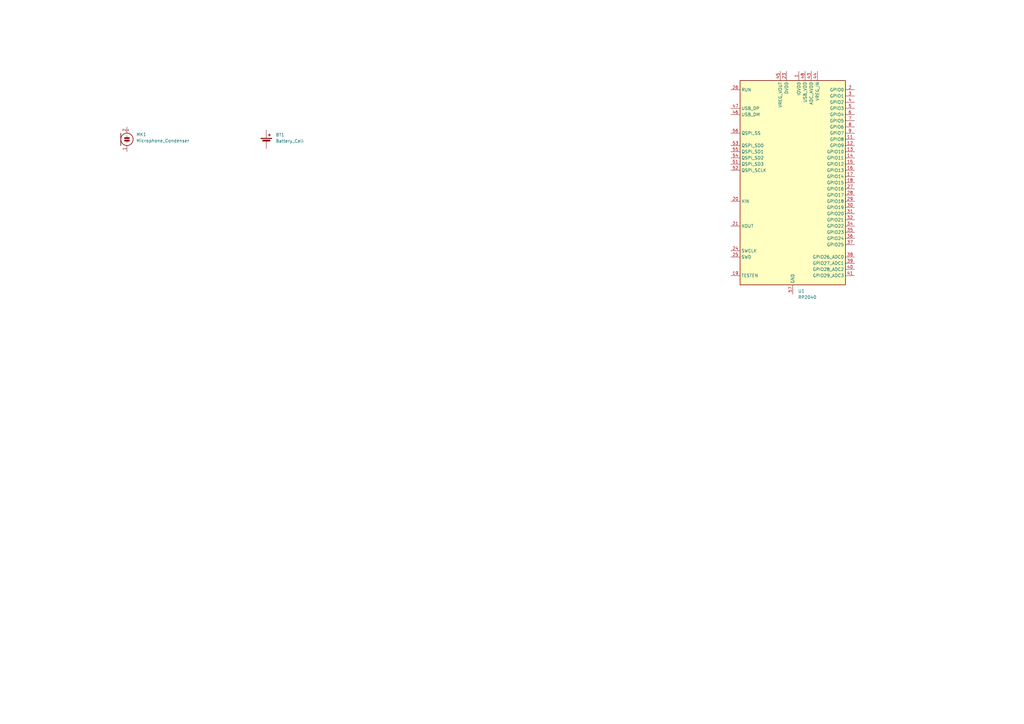
<source format=kicad_sch>
(kicad_sch (version 20231120) (generator "eeschema") (generator_version "8.0")
  (paper "A3")
  (title_block (title "Digital Stethoscope") (date "2024-02-05") (rev "0.00001") (company "University of Aberdeen") (comment 2 "Christine Koppel, Rebecca Scott, Robert Eldon") (comment 3 "Authors:"))
  (lib_symbols
    (symbol "Device:Battery_Cell" (pin_numbers hide) (pin_names (offset 0) hide)
      (property "Reference" "BT" (at 2.54 2.54 0))
      (property "Value" "Battery_Cell" (at 2.54 0 0))
      (symbol "Battery_Cell_0_1"
        (rectangle (start -2.286 1.778) (end 2.286 1.524) (fill (type outline)))
        (rectangle (start -1.524 1.016) (end 1.524 0.508) (fill (type outline)))
        (polyline (pts (xy 0 0.762) (xy 0 0)))
        (polyline (pts (xy 0 1.778) (xy 0 2.54)))
        (polyline (pts (xy 0.762 3.048) (xy 1.778 3.048)) (stroke (width 0.254)))
        (polyline (pts (xy 1.27 3.556) (xy 1.27 2.54)) (stroke (width 0.254)))
      )
      (symbol "Battery_Cell_1_1"
        (pin passive line (at 0 5.08 270) (length 2.54) (name "+") (number "1"))
        (pin passive line (at 0 -2.54 90) (length 2.54) (name "-") (number "2"))
      )
    )
    (symbol "Device:Microphone_Condenser" (pin_names (offset 0.0254) hide)
      (property "Reference" "MK" (at -3.302 1.27 0))
      (property "Value" "Microphone_Condenser" (at -3.302 -0.635 0))
      (symbol "Microphone_Condenser_0_1"
        (polyline (pts (xy -2.54 2.54) (xy -2.54 -2.54)) (stroke (width 0.254)))
        (polyline (pts (xy 0 -0.762) (xy 0 -1.524)))
        (polyline (pts (xy 0 0.762) (xy 0 1.524)))
        (polyline (pts (xy 0.254 3.81) (xy 0.762 3.81)))
        (polyline (pts (xy 0.508 4.064) (xy 0.508 3.556)))
        (circle (center 0 0) (radius 2.54) (stroke (width 0.254)))
        (rectangle (start 1.016 -0.254) (end -1.016 -0.762) (fill (type outline)))
        (rectangle (start 1.016 0.762) (end -1.016 0.254) (fill (type outline)))
      )
      (symbol "Microphone_Condenser_1_1"
        (pin passive line (at 0 -5.08 90) (length 2.54) (name "-") (number "1"))
        (pin passive line (at 0 5.08 270) (length 2.54) (name "+") (number "2"))
      )
    )
    (symbol "MCU_RaspberryPi:RP2040"
      (property "Reference" "U" (at 17.78 45.72 0))
      (property "Value" "RP2040" (at 17.78 43.18 0))
      (symbol "RP2040_0_1"
        (rectangle (start -21.59 41.91) (end 21.59 -41.91) (stroke (width 0.254)) (fill (type background)))
      )
      (symbol "RP2040_1_1"
        (pin power_in line (at 2.54 45.72 270) (length 3.81) (name "IOVDD") (number "1"))
        (pin passive line (at 2.54 45.72 270) (length 3.81) hide (name "IOVDD") (number "10"))
        (pin bidirectional line (at 25.4 17.78 180) (length 3.81) (name "GPIO8") (number "11"))
        (pin bidirectional line (at 25.4 15.24 180) (length 3.81) (name "GPIO9") (number "12"))
        (pin bidirectional line (at 25.4 12.7 180) (length 3.81) (name "GPIO10") (number "13"))
        (pin bidirectional line (at 25.4 10.16 180) (length 3.81) (name "GPIO11") (number "14"))
        (pin bidirectional line (at 25.4 7.62 180) (length 3.81) (name "GPIO12") (number "15"))
        (pin bidirectional line (at 25.4 5.08 180) (length 3.81) (name "GPIO13") (number "16"))
        (pin bidirectional line (at 25.4 2.54 180) (length 3.81) (name "GPIO14") (number "17"))
        (pin bidirectional line (at 25.4 0 180) (length 3.81) (name "GPIO15") (number "18"))
        (pin input line (at -25.4 -38.1 0) (length 3.81) (name "TESTEN") (number "19"))
        (pin bidirectional line (at 25.4 38.1 180) (length 3.81) (name "GPIO0") (number "2"))
        (pin input line (at -25.4 -7.62 0) (length 3.81) (name "XIN") (number "20"))
        (pin passive line (at -25.4 -17.78 0) (length 3.81) (name "XOUT") (number "21"))
        (pin passive line (at 2.54 45.72 270) (length 3.81) hide (name "IOVDD") (number "22"))
        (pin power_in line (at -2.54 45.72 270) (length 3.81) (name "DVDD") (number "23"))
        (pin input line (at -25.4 -27.94 0) (length 3.81) (name "SWCLK") (number "24"))
        (pin bidirectional line (at -25.4 -30.48 0) (length 3.81) (name "SWD") (number "25"))
        (pin input line (at -25.4 38.1 0) (length 3.81) (name "RUN") (number "26"))
        (pin bidirectional line (at 25.4 -2.54 180) (length 3.81) (name "GPIO16") (number "27"))
        (pin bidirectional line (at 25.4 -5.08 180) (length 3.81) (name "GPIO17") (number "28"))
        (pin bidirectional line (at 25.4 -7.62 180) (length 3.81) (name "GPIO18") (number "29"))
        (pin bidirectional line (at 25.4 35.56 180) (length 3.81) (name "GPIO1") (number "3"))
        (pin bidirectional line (at 25.4 -10.16 180) (length 3.81) (name "GPIO19") (number "30"))
        (pin bidirectional line (at 25.4 -12.7 180) (length 3.81) (name "GPIO20") (number "31"))
        (pin bidirectional line (at 25.4 -15.24 180) (length 3.81) (name "GPIO21") (number "32"))
        (pin passive line (at 2.54 45.72 270) (length 3.81) hide (name "IOVDD") (number "33"))
        (pin bidirectional line (at 25.4 -17.78 180) (length 3.81) (name "GPIO22") (number "34"))
        (pin bidirectional line (at 25.4 -20.32 180) (length 3.81) (name "GPIO23") (number "35"))
        (pin bidirectional line (at 25.4 -22.86 180) (length 3.81) (name "GPIO24") (number "36"))
        (pin bidirectional line (at 25.4 -25.4 180) (length 3.81) (name "GPIO25") (number "37"))
        (pin bidirectional line (at 25.4 -30.48 180) (length 3.81) (name "GPIO26_ADC0") (number "38"))
        (pin bidirectional line (at 25.4 -33.02 180) (length 3.81) (name "GPIO27_ADC1") (number "39"))
        (pin bidirectional line (at 25.4 33.02 180) (length 3.81) (name "GPIO2") (number "4"))
        (pin bidirectional line (at 25.4 -35.56 180) (length 3.81) (name "GPIO28_ADC2") (number "40"))
        (pin bidirectional line (at 25.4 -38.1 180) (length 3.81) (name "GPIO29_ADC3") (number "41"))
        (pin passive line (at 2.54 45.72 270) (length 3.81) hide (name "IOVDD") (number "42"))
        (pin power_in line (at 7.62 45.72 270) (length 3.81) (name "ADC_AVDD") (number "43"))
        (pin power_in line (at 10.16 45.72 270) (length 3.81) (name "VREG_IN") (number "44"))
        (pin power_out line (at -5.08 45.72 270) (length 3.81) (name "VREG_VOUT") (number "45"))
        (pin bidirectional line (at -25.4 27.94 0) (length 3.81) (name "USB_DM") (number "46"))
        (pin bidirectional line (at -25.4 30.48 0) (length 3.81) (name "USB_DP") (number "47"))
        (pin power_in line (at 5.08 45.72 270) (length 3.81) (name "USB_VDD") (number "48"))
        (pin passive line (at 2.54 45.72 270) (length 3.81) hide (name "IOVDD") (number "49"))
        (pin bidirectional line (at 25.4 30.48 180) (length 3.81) (name "GPIO3") (number "5"))
        (pin passive line (at -2.54 45.72 270) (length 3.81) hide (name "DVDD") (number "50"))
        (pin bidirectional line (at -25.4 7.62 0) (length 3.81) (name "QSPI_SD3") (number "51"))
        (pin output line (at -25.4 5.08 0) (length 3.81) (name "QSPI_SCLK") (number "52"))
        (pin bidirectional line (at -25.4 15.24 0) (length 3.81) (name "QSPI_SD0") (number "53"))
        (pin bidirectional line (at -25.4 10.16 0) (length 3.81) (name "QSPI_SD2") (number "54"))
        (pin bidirectional line (at -25.4 12.7 0) (length 3.81) (name "QSPI_SD1") (number "55"))
        (pin bidirectional line (at -25.4 20.32 0) (length 3.81) (name "QSPI_SS") (number "56"))
        (pin power_in line (at 0 -45.72 90) (length 3.81) (name "GND") (number "57"))
        (pin bidirectional line (at 25.4 27.94 180) (length 3.81) (name "GPIO4") (number "6"))
        (pin bidirectional line (at 25.4 25.4 180) (length 3.81) (name "GPIO5") (number "7"))
        (pin bidirectional line (at 25.4 22.86 180) (length 3.81) (name "GPIO6") (number "8"))
        (pin bidirectional line (at 25.4 20.32 180) (length 3.81) (name "GPIO7") (number "9"))
      )
    )
  )
  (symbol (lib_id "Device:Microphone_Condenser") (at 52.07 57.15 0) (unit 1)
    (property "Reference" "MK1" (at 55.88 55.1814 0) (effects (justify left)))
    (property "Value" "Microphone_Condenser" (at 55.88 57.7214 0) (effects (justify left)))
    (property "Description" "Condenser microphone" (effects (hide yes)))
  )
  (symbol (lib_id "Device:Battery_Cell") (at 109.22 58.42 0) (unit 1)
    (property "Reference" "BT1" (at 113.03 55.3084 0) (effects (justify left)))
    (property "Value" "Battery_Cell" (at 113.03 57.8484 0) (effects (justify left)))
    (property "Description" "Single-cell battery" (effects (hide yes)))
  )
  (symbol (lib_id "MCU_RaspberryPi:RP2040") (at 325.12 74.93 0) (unit 1)
    (property "Reference" "U1" (at 327.3141 119.38 0) (effects (justify left)))
    (property "Value" "RP2040" (at 327.3141 121.92 0) (effects (justify left)))
    (property "Footprint" "Package_DFN_QFN:QFN-56-1EP_7x7mm_P0.4mm_EP3.2x3.2mm" (effects (hide yes)))
    (property "Datasheet" "https://datasheets.raspberrypi.com/rp2040/rp2040-datasheet.pdf" (effects (hide yes)))
    (property "Description" "A microcontroller by Raspberry Pi" (effects (hide yes)))
  )
)
</source>
